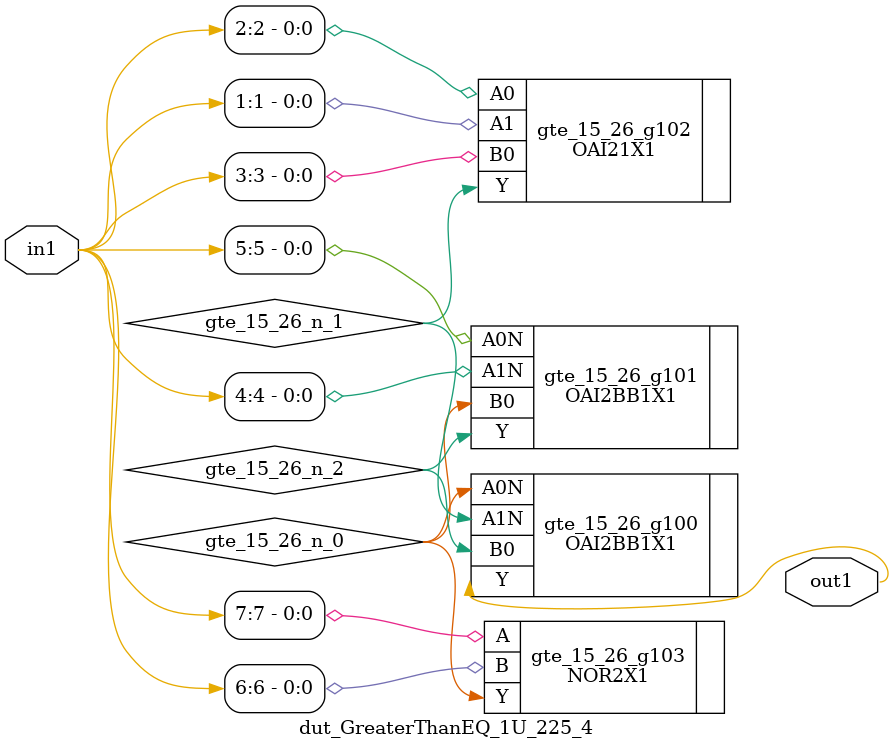
<source format=v>
`timescale 1ps / 1ps


module dut_GreaterThanEQ_1U_225_4(in1, out1);
  input [7:0] in1;
  output out1;
  wire [7:0] in1;
  wire out1;
  wire gte_15_26_n_0, gte_15_26_n_1, gte_15_26_n_2;
  OAI2BB1X1 gte_15_26_g100(.A0N (gte_15_26_n_0), .A1N (gte_15_26_n_1),
       .B0 (gte_15_26_n_2), .Y (out1));
  OAI2BB1X1 gte_15_26_g101(.A0N (in1[5]), .A1N (in1[4]), .B0
       (gte_15_26_n_0), .Y (gte_15_26_n_2));
  OAI21X1 gte_15_26_g102(.A0 (in1[2]), .A1 (in1[1]), .B0 (in1[3]), .Y
       (gte_15_26_n_1));
  NOR2X1 gte_15_26_g103(.A (in1[7]), .B (in1[6]), .Y (gte_15_26_n_0));
endmodule



</source>
